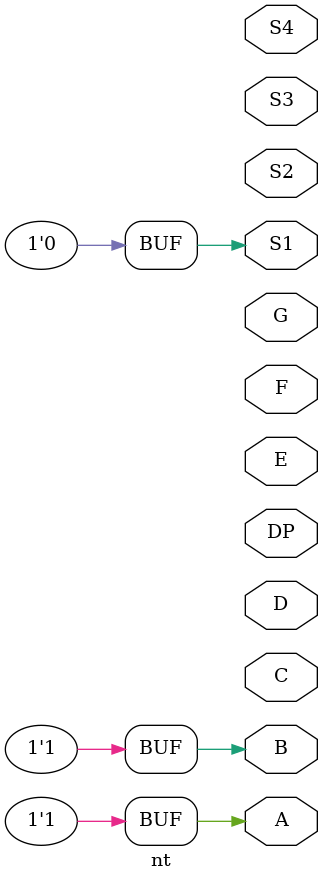
<source format=v>
module nt(
    output A,
    output B,
    output C,
    output D,
    output E,
    output F,
    output G,
    output DP,
    output S1,
    output S2,
    output S3,
    output S4
);

assign A = 1'b1;
assign B = 1'b1;

assign S1 = 1'b0;
endmodule
</source>
